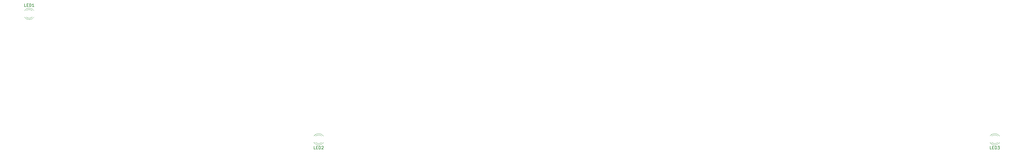
<source format=gto>
G04 #@! TF.GenerationSoftware,KiCad,Pcbnew,(6.0.0)*
G04 #@! TF.CreationDate,2022-03-08T15:03:57-05:00*
G04 #@! TF.ProjectId,next,6e657874-2e6b-4696-9361-645f70636258,rev?*
G04 #@! TF.SameCoordinates,Original*
G04 #@! TF.FileFunction,Legend,Top*
G04 #@! TF.FilePolarity,Positive*
%FSLAX46Y46*%
G04 Gerber Fmt 4.6, Leading zero omitted, Abs format (unit mm)*
G04 Created by KiCad (PCBNEW (6.0.0)) date 2022-03-08 15:03:57*
%MOMM*%
%LPD*%
G01*
G04 APERTURE LIST*
%ADD10C,0.150000*%
%ADD11C,0.120000*%
%ADD12C,2.300000*%
%ADD13R,1.800000X1.800000*%
%ADD14C,1.800000*%
%ADD15O,1.500000X4.000000*%
%ADD16R,1.600000X1.600000*%
%ADD17C,1.600000*%
%ADD18C,2.000000*%
G04 APERTURE END LIST*
D10*
X370860952Y-94412380D02*
X370384761Y-94412380D01*
X370384761Y-93412380D01*
X371194285Y-93888571D02*
X371527619Y-93888571D01*
X371670476Y-94412380D02*
X371194285Y-94412380D01*
X371194285Y-93412380D01*
X371670476Y-93412380D01*
X372099047Y-94412380D02*
X372099047Y-93412380D01*
X372337142Y-93412380D01*
X372480000Y-93460000D01*
X372575238Y-93555238D01*
X372622857Y-93650476D01*
X372670476Y-93840952D01*
X372670476Y-93983809D01*
X372622857Y-94174285D01*
X372575238Y-94269523D01*
X372480000Y-94364761D01*
X372337142Y-94412380D01*
X372099047Y-94412380D01*
X373003809Y-93412380D02*
X373622857Y-93412380D01*
X373289523Y-93793333D01*
X373432380Y-93793333D01*
X373527619Y-93840952D01*
X373575238Y-93888571D01*
X373622857Y-93983809D01*
X373622857Y-94221904D01*
X373575238Y-94317142D01*
X373527619Y-94364761D01*
X373432380Y-94412380D01*
X373146666Y-94412380D01*
X373051428Y-94364761D01*
X373003809Y-94317142D01*
X37400952Y-45117380D02*
X36924761Y-45117380D01*
X36924761Y-44117380D01*
X37734285Y-44593571D02*
X38067619Y-44593571D01*
X38210476Y-45117380D02*
X37734285Y-45117380D01*
X37734285Y-44117380D01*
X38210476Y-44117380D01*
X38639047Y-45117380D02*
X38639047Y-44117380D01*
X38877142Y-44117380D01*
X39020000Y-44165000D01*
X39115238Y-44260238D01*
X39162857Y-44355476D01*
X39210476Y-44545952D01*
X39210476Y-44688809D01*
X39162857Y-44879285D01*
X39115238Y-44974523D01*
X39020000Y-45069761D01*
X38877142Y-45117380D01*
X38639047Y-45117380D01*
X40162857Y-45117380D02*
X39591428Y-45117380D01*
X39877142Y-45117380D02*
X39877142Y-44117380D01*
X39781904Y-44260238D01*
X39686666Y-44355476D01*
X39591428Y-44403095D01*
X137360952Y-94412380D02*
X136884761Y-94412380D01*
X136884761Y-93412380D01*
X137694285Y-93888571D02*
X138027619Y-93888571D01*
X138170476Y-94412380D02*
X137694285Y-94412380D01*
X137694285Y-93412380D01*
X138170476Y-93412380D01*
X138599047Y-94412380D02*
X138599047Y-93412380D01*
X138837142Y-93412380D01*
X138980000Y-93460000D01*
X139075238Y-93555238D01*
X139122857Y-93650476D01*
X139170476Y-93840952D01*
X139170476Y-93983809D01*
X139122857Y-94174285D01*
X139075238Y-94269523D01*
X138980000Y-94364761D01*
X138837142Y-94412380D01*
X138599047Y-94412380D01*
X139551428Y-93507619D02*
X139599047Y-93460000D01*
X139694285Y-93412380D01*
X139932380Y-93412380D01*
X140027619Y-93460000D01*
X140075238Y-93507619D01*
X140122857Y-93602857D01*
X140122857Y-93698095D01*
X140075238Y-93840952D01*
X139503809Y-94412380D01*
X140122857Y-94412380D01*
D11*
X373540000Y-89920000D02*
X373540000Y-89764000D01*
X373540000Y-92236000D02*
X373540000Y-92080000D01*
X373020961Y-89920000D02*
G75*
G03*
X370938870Y-89920163I-1040961J-1080000D01*
G01*
X370307665Y-92078608D02*
G75*
G03*
X373540000Y-92235516I1672335J1078609D01*
G01*
X373540000Y-89764484D02*
G75*
G03*
X370307665Y-89921392I-1560000J-1235517D01*
G01*
X370938870Y-92079837D02*
G75*
G03*
X373020961Y-92080000I1041130J1079837D01*
G01*
X36960000Y-48705000D02*
X36960000Y-48861000D01*
X36960000Y-46389000D02*
X36960000Y-46545000D01*
X39561130Y-46545163D02*
G75*
G03*
X37479039Y-46545000I-1041130J-1079837D01*
G01*
X40192335Y-46546392D02*
G75*
G03*
X36960000Y-46389484I-1672335J-1078609D01*
G01*
X36960000Y-48860516D02*
G75*
G03*
X40192335Y-48703608I1560000J1235517D01*
G01*
X37479039Y-48705000D02*
G75*
G03*
X39561130Y-48704837I1040961J1080000D01*
G01*
X140040000Y-92236000D02*
X140040000Y-92080000D01*
X140040000Y-89920000D02*
X140040000Y-89764000D01*
X137438870Y-92079837D02*
G75*
G03*
X139520961Y-92080000I1041130J1079837D01*
G01*
X140040000Y-89764484D02*
G75*
G03*
X136807665Y-89921392I-1560000J-1235517D01*
G01*
X139520961Y-89920000D02*
G75*
G03*
X137438870Y-89920163I-1040961J-1080000D01*
G01*
X136807665Y-92078608D02*
G75*
G03*
X140040000Y-92235516I1672335J1078609D01*
G01*
%LPC*%
D12*
X35600000Y-34100000D03*
X40600000Y-33600000D03*
X35600000Y-53150000D03*
X40600000Y-52650000D03*
X35600000Y-72200000D03*
X40600000Y-71700000D03*
X35600000Y-91250000D03*
X40600000Y-90750000D03*
X35600000Y-110300000D03*
X40600000Y-109800000D03*
X73700000Y-34100000D03*
X78700000Y-33600000D03*
X73700000Y-53150000D03*
X78700000Y-52650000D03*
X73700000Y-72200000D03*
X78700000Y-71700000D03*
X73700000Y-91250000D03*
X78700000Y-90750000D03*
X73700000Y-110300000D03*
X78700000Y-109800000D03*
X92750000Y-34100000D03*
X97750000Y-33600000D03*
X92750000Y-53150000D03*
X97750000Y-52650000D03*
X92750000Y-72200000D03*
X97750000Y-71700000D03*
X92750000Y-91250000D03*
X97750000Y-90750000D03*
X92750000Y-110300000D03*
X97750000Y-109800000D03*
X111800000Y-34100000D03*
X116800000Y-33600000D03*
X116562500Y-53150000D03*
X121562500Y-52650000D03*
X118943750Y-72200000D03*
X123943750Y-71700000D03*
X123706250Y-91250000D03*
X128706250Y-90750000D03*
X116562500Y-110300000D03*
X121562500Y-109800000D03*
X130850000Y-34100000D03*
X135850000Y-33600000D03*
X140375000Y-53150000D03*
X145375000Y-52650000D03*
X145137500Y-72200000D03*
X150137500Y-71700000D03*
X154662500Y-91250000D03*
X159662500Y-90750000D03*
X145137500Y-110300000D03*
X150137500Y-109800000D03*
X149900000Y-34100000D03*
X154900000Y-33600000D03*
X159425000Y-53150000D03*
X164425000Y-52650000D03*
X164187500Y-72200000D03*
X169187500Y-71700000D03*
X173712500Y-91250000D03*
X178712500Y-90750000D03*
X168950000Y-34100000D03*
X173950000Y-33600000D03*
X178475000Y-53150000D03*
X183475000Y-52650000D03*
X183237500Y-72200000D03*
X188237500Y-71700000D03*
X192762500Y-91250000D03*
X197762500Y-90750000D03*
X188000000Y-34100000D03*
X193000000Y-33600000D03*
X197525000Y-53150000D03*
X202525000Y-52650000D03*
X202287500Y-72200000D03*
X207287500Y-71700000D03*
X211812500Y-91250000D03*
X216812500Y-90750000D03*
X207050000Y-34100000D03*
X212050000Y-33600000D03*
X216575000Y-53150000D03*
X221575000Y-52650000D03*
X221337500Y-72200000D03*
X226337500Y-71700000D03*
X230862500Y-91250000D03*
X235862500Y-90750000D03*
X240387500Y-110300000D03*
X245387500Y-109800000D03*
X226100000Y-34100000D03*
X231100000Y-33600000D03*
X235625000Y-53150000D03*
X240625000Y-52650000D03*
X240387500Y-72200000D03*
X245387500Y-71700000D03*
X249912500Y-91250000D03*
X254912500Y-90750000D03*
X245150000Y-34100000D03*
X250150000Y-33600000D03*
X254675000Y-53150000D03*
X259675000Y-52650000D03*
X259437500Y-72200000D03*
X264437500Y-71700000D03*
X268962500Y-91250000D03*
X273962500Y-90750000D03*
X264200000Y-34100000D03*
X269200000Y-33600000D03*
X273725000Y-53150000D03*
X278725000Y-52650000D03*
X278487500Y-72200000D03*
X283487500Y-71700000D03*
X288012500Y-91250000D03*
X293012500Y-90750000D03*
X283250000Y-34100000D03*
X288250000Y-33600000D03*
X292775000Y-53150000D03*
X297775000Y-52650000D03*
X297537500Y-72200000D03*
X302537500Y-71700000D03*
X307062500Y-91250000D03*
X312062500Y-90750000D03*
X302300000Y-34100000D03*
X307300000Y-33600000D03*
X311825000Y-53150000D03*
X316825000Y-52650000D03*
X316587500Y-72200000D03*
X321587500Y-71700000D03*
X326112500Y-91250000D03*
X331112500Y-90750000D03*
X335637500Y-110300000D03*
X340637500Y-109800000D03*
X321350000Y-34100000D03*
X326350000Y-33600000D03*
X330875000Y-53150000D03*
X335875000Y-52650000D03*
X335637500Y-72200000D03*
X340637500Y-71700000D03*
X349925000Y-53150000D03*
X354925000Y-52650000D03*
X340400000Y-34100000D03*
X345400000Y-33600000D03*
X364212500Y-34100000D03*
X369212500Y-33600000D03*
D13*
X373250000Y-91000000D03*
D14*
X370710000Y-91000000D03*
D13*
X37250000Y-47625000D03*
D14*
X39790000Y-47625000D03*
D13*
X139750000Y-91000000D03*
D14*
X137210000Y-91000000D03*
D12*
X34100000Y-107275000D03*
X33600000Y-102275000D03*
X45125000Y-110300000D03*
X50125000Y-109800000D03*
X64175000Y-110300000D03*
X69175000Y-109800000D03*
X83225000Y-110300000D03*
X88225000Y-109800000D03*
X99250000Y-102275000D03*
X99750000Y-107275000D03*
X368975000Y-53150000D03*
X373975000Y-52650000D03*
X361831250Y-72200000D03*
X366831250Y-71700000D03*
X357068750Y-91250000D03*
X362068750Y-90750000D03*
X363975000Y-110300000D03*
X368975000Y-109800000D03*
X54650000Y-34100000D03*
X59650000Y-33600000D03*
X54650000Y-53150000D03*
X59650000Y-52650000D03*
X54650000Y-72200000D03*
X59650000Y-71700000D03*
X54650000Y-91250000D03*
X59650000Y-90750000D03*
X54650000Y-110300000D03*
X59650000Y-109800000D03*
D15*
X201137500Y-26175000D03*
X208437500Y-26175000D03*
D16*
X204787500Y-96768750D03*
D17*
X204787500Y-88968750D03*
D16*
X180975000Y-44381250D03*
D17*
X180975000Y-36581250D03*
D16*
X190500000Y-63431250D03*
D17*
X190500000Y-55631250D03*
D16*
X233362500Y-82481250D03*
D17*
X233362500Y-74681250D03*
D16*
X242887500Y-96768750D03*
D17*
X242887500Y-88968750D03*
D16*
X195262500Y-82481250D03*
D17*
X195262500Y-74681250D03*
D16*
X228600000Y-63431250D03*
D17*
X228600000Y-55631250D03*
D16*
X219075000Y-44381250D03*
D17*
X219075000Y-36581250D03*
D18*
X355500000Y-110750000D03*
X355500000Y-117250000D03*
M02*

</source>
